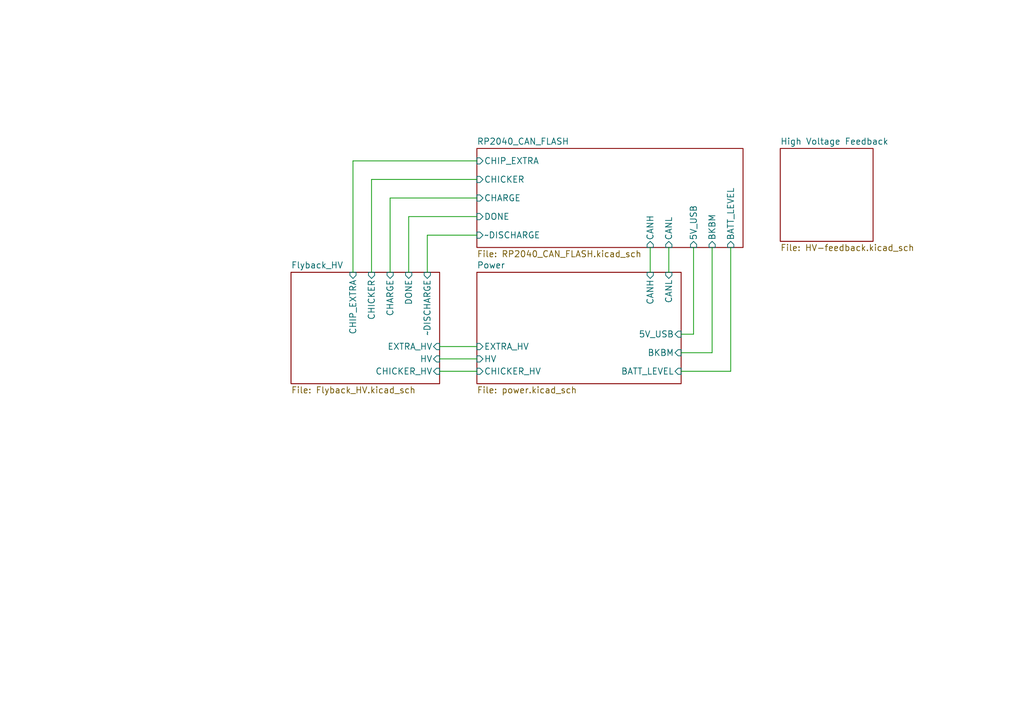
<source format=kicad_sch>
(kicad_sch (version 20230121) (generator eeschema)
  (paper "A5")
  (lib_symbols)
  (wire (pts (xy 139.7 72.39) (xy 146.05 72.39)))
  (wire (pts (xy 142.24 68.58) (xy 139.7 68.58)))
  (wire (pts (xy 97.79 48.26) (xy 87.63 48.26)))
  (wire (pts (xy 97.79 36.83) (xy 76.2 36.83)))
  (wire (pts (xy 90.17 73.66) (xy 97.79 73.66)))
  (wire (pts (xy 142.24 50.8) (xy 142.24 68.58)))
  (wire (pts (xy 149.86 76.2) (xy 149.86 50.8)))
  (wire (pts (xy 139.7 76.2) (xy 149.86 76.2)))
  (wire (pts (xy 133.35 50.8) (xy 133.35 55.88)))
  (wire (pts (xy 87.63 48.26) (xy 87.63 55.88)))
  (wire (pts (xy 80.01 40.64) (xy 97.79 40.64)))
  (wire (pts (xy 80.01 55.88) (xy 80.01 40.64)))
  (wire (pts (xy 97.79 44.45) (xy 83.82 44.45)))
  (wire (pts (xy 97.79 33.02) (xy 72.39 33.02)))
  (wire (pts (xy 90.17 71.12) (xy 97.79 71.12)))
  (wire (pts (xy 90.17 76.2) (xy 97.79 76.2)))
  (wire (pts (xy 146.05 72.39) (xy 146.05 50.8)))
  (wire (pts (xy 83.82 44.45) (xy 83.82 55.88)))
  (wire (pts (xy 137.16 50.8) (xy 137.16 55.88)))
  (wire (pts (xy 72.39 33.02) (xy 72.39 55.88)))
  (wire (pts (xy 76.2 36.83) (xy 76.2 55.88)))
  (sheet (at 97.79 55.88) (size 41.91 22.86) (stroke (width 0.1524))
    (property "Sheetname" "Power" (at 97.79 55.1684 0) (effects (justify left bottom)))
    (property "Sheetfile" "power.kicad_sch" (at 97.79 79.3246 0) (effects (justify left top)))
    (pin "CANL" input (at 137.16 55.88 90))
    (pin "CHICKER_HV" input (at 97.79 76.2 180))
    (pin "BKBM" input (at 139.7 72.39 0))
    (pin "HV" input (at 97.79 73.66 180))
    (pin "EXTRA_HV" input (at 97.79 71.12 180))
    (pin "CANH" input (at 133.35 55.88 90))
    (pin "5V_USB" input (at 139.7 68.58 0))
    (pin "BATT_LEVEL" input (at 139.7 76.2 0))
  )
  (sheet (at 97.79 30.48) (size 54.61 20.32) (stroke (width 0.1524))
    (property "Sheetname" "RP2040_CAN_FLASH" (at 97.79 29.7684 0) (effects (justify left bottom)))
    (property "Sheetfile" "RP2040_CAN_FLASH.kicad_sch" (at 97.79 51.3846 0) (effects (justify left top)))
    (pin "CANH" input (at 133.35 50.8 270))
    (pin "CANL" input (at 137.16 50.8 270))
    (pin "5V_USB" input (at 142.24 50.8 270))
    (pin "DONE" input (at 97.79 44.45 180))
    (pin "CHICKER" input (at 97.79 36.83 180))
    (pin "CHIP_EXTRA" input (at 97.79 33.02 180))
    (pin "CHARGE" input (at 97.79 40.64 180))
    (pin "BATT_LEVEL" input (at 149.86 50.8 270))
    (pin "BKBM" input (at 146.05 50.8 270))
    (pin "~DISCHARGE" input (at 97.79 48.26 180))
  )
  (sheet (at 59.69 55.88) (size 30.48 22.86) (stroke (width 0.1524))
    (property "Sheetname" "Flyback_HV" (at 59.69 55.1684 0) (effects (justify left bottom)))
    (property "Sheetfile" "Flyback_HV.kicad_sch" (at 59.69 79.3246 0) (effects (justify left top)))
    (pin "CHICKER" input (at 76.2 55.88 90))
    (pin "CHIP_EXTRA" input (at 72.39 55.88 90))
    (pin "CHARGE" input (at 80.01 55.88 90))
    (pin "DONE" input (at 83.82 55.88 90))
    (pin "HV" input (at 90.17 73.66 0))
    (pin "CHICKER_HV" input (at 90.17 76.2 0))
    (pin "EXTRA_HV" input (at 90.17 71.12 0))
    (pin "~DISCHARGE" input (at 87.63 55.88 90))
  )
  (sheet (at 160.02 30.48) (size 19.05 19.05) (stroke (width 0.1524))
    (property "Sheetname" "High Voltage Feedback" (at 160.02 29.7684 0) (effects (justify left bottom)))
    (property "Sheetfile" "HV-feedback.kicad_sch" (at 160.02 50.1146 0) (effects (justify left top)))
  )
)
</source>
